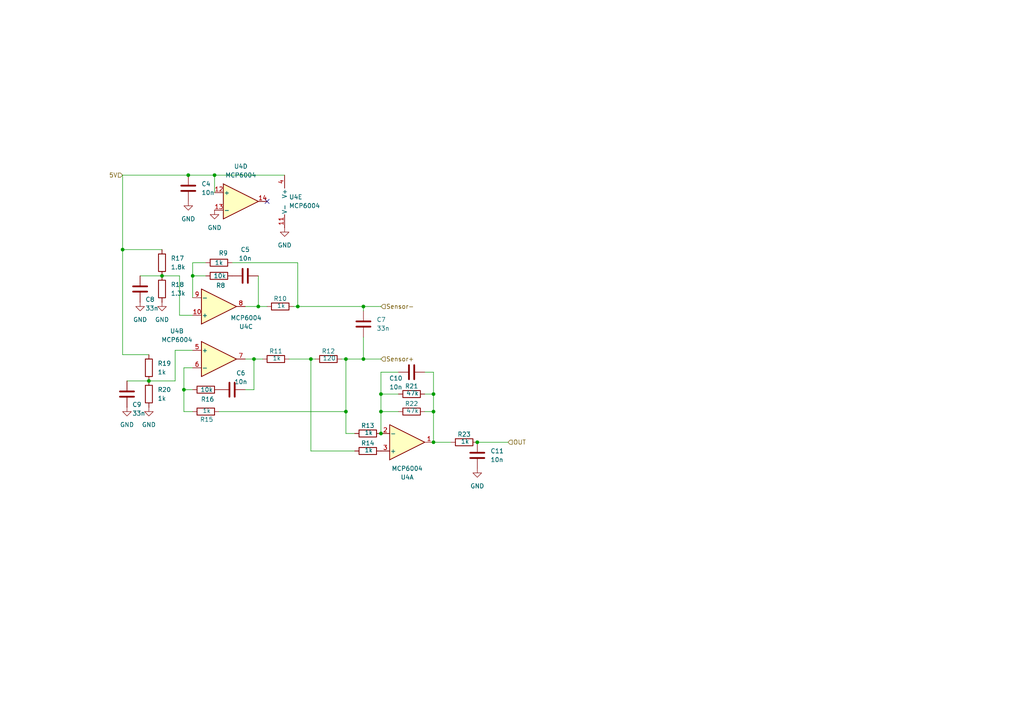
<source format=kicad_sch>
(kicad_sch (version 20250114) (generator "eeschema") (generator_version "9.0")
  (paper "A4")
  (lib_symbols
    (symbol "Amplifier_Operational:MCP6004" (pin_names (offset 0.127))
      (property "Reference" "U" (at 0 5.08 0))
      (property "Value" "MCP6004" (at 0 -5.08 0))
      (symbol "MCP6004_1_1"
        (polyline (pts (xy -5.08 5.08) (xy 5.08 0) (xy -5.08 -5.08) (xy -5.08 5.08)) (stroke (width 0.254)) (fill (type background)))
        (pin input line (at -7.62 2.54 0) (length 2.54) (name "+") (number "3"))
        (pin input line (at -7.62 -2.54 0) (length 2.54) (name "-") (number "2"))
        (pin output line (at 7.62 0 180) (length 2.54) (name "~") (number "1"))
      )
      (symbol "MCP6004_2_1"
        (polyline (pts (xy -5.08 5.08) (xy 5.08 0) (xy -5.08 -5.08) (xy -5.08 5.08)) (stroke (width 0.254)) (fill (type background)))
        (pin input line (at -7.62 2.54 0) (length 2.54) (name "+") (number "5"))
        (pin input line (at -7.62 -2.54 0) (length 2.54) (name "-") (number "6"))
        (pin output line (at 7.62 0 180) (length 2.54) (name "~") (number "7"))
      )
      (symbol "MCP6004_3_1"
        (polyline (pts (xy -5.08 5.08) (xy 5.08 0) (xy -5.08 -5.08) (xy -5.08 5.08)) (stroke (width 0.254)) (fill (type background)))
        (pin input line (at -7.62 2.54 0) (length 2.54) (name "+") (number "10"))
        (pin input line (at -7.62 -2.54 0) (length 2.54) (name "-") (number "9"))
        (pin output line (at 7.62 0 180) (length 2.54) (name "~") (number "8"))
      )
      (symbol "MCP6004_4_1"
        (polyline (pts (xy -5.08 5.08) (xy 5.08 0) (xy -5.08 -5.08) (xy -5.08 5.08)) (stroke (width 0.254)) (fill (type background)))
        (pin input line (at -7.62 2.54 0) (length 2.54) (name "+") (number "12"))
        (pin input line (at -7.62 -2.54 0) (length 2.54) (name "-") (number "13"))
        (pin output line (at 7.62 0 180) (length 2.54) (name "~") (number "14"))
      )
      (symbol "MCP6004_5_1"
        (pin power_in line (at -2.54 7.62 270) (length 3.81) (name "V+") (number "4"))
        (pin power_in line (at -2.54 -7.62 90) (length 3.81) (name "V-") (number "11"))
      )
    )
    (symbol "Device:C" (pin_numbers (hide yes)) (pin_names (offset 0.254))
      (property "Reference" "C" (at 0.635 2.54 0))
      (property "Value" "C" (at 0.635 -2.54 0))
      (symbol "C_0_1"
        (polyline (pts (xy -2.032 0.762) (xy 2.032 0.762)) (stroke (width 0.508)))
        (polyline (pts (xy -2.032 -0.762) (xy 2.032 -0.762)) (stroke (width 0.508)))
      )
      (symbol "C_1_1"
        (pin passive line (at 0 3.81 270) (length 2.794) (name "~") (number "1"))
        (pin passive line (at 0 -3.81 90) (length 2.794) (name "~") (number "2"))
      )
    )
    (symbol "Device:R" (pin_numbers (hide yes)) (pin_names (offset 0))
      (property "Reference" "R" (at 2.032 0 90))
      (property "Value" "R" (at 0 0 90))
      (symbol "R_0_1"
        (rectangle (start -1.016 -2.54) (end 1.016 2.54) (stroke (width 0.254)))
      )
      (symbol "R_1_1"
        (pin passive line (at 0 3.81 270) (length 1.27) (name "~") (number "1"))
        (pin passive line (at 0 -3.81 90) (length 1.27) (name "~") (number "2"))
      )
    )
    (symbol "power:GND" (power) (pin_numbers (hide yes)) (pin_names (offset 0) (hide yes))
      (property "Value" "GND" (at 0 -3.81 0))
      (symbol "GND_0_1"
        (polyline (pts (xy 0 0) (xy 0 -1.27) (xy 1.27 -1.27) (xy 0 -2.54) (xy -1.27 -1.27) (xy 0 -1.27)))
      )
      (symbol "GND_1_1"
        (pin power_in line (at 0 0 270) (length 0) (name "~") (number "1"))
      )
    )
  )
  (junction (at 35.56 72.39))
  (junction (at 110.49 119.38))
  (junction (at 125.73 128.27))
  (junction (at 73.66 104.14))
  (junction (at 110.49 125.73))
  (junction (at 105.41 88.9))
  (junction (at 138.43 128.27))
  (junction (at 62.23 50.8))
  (junction (at 125.73 114.3))
  (junction (at 54.61 50.8))
  (junction (at 90.17 104.14))
  (junction (at 125.73 119.38))
  (junction (at 53.34 113.03))
  (junction (at 110.49 114.3))
  (junction (at 105.41 104.14))
  (junction (at 55.88 80.01))
  (junction (at 100.33 104.14))
  (junction (at 43.18 110.49))
  (junction (at 100.33 119.38))
  (junction (at 74.93 88.9))
  (junction (at 46.99 80.01))
  (junction (at 86.36 88.9))
  (no_connect (at 77.47 58.42))
  (wire (pts (xy 55.88 80.01) (xy 59.69 80.01)))
  (wire (pts (xy 125.73 119.38) (xy 125.73 114.3)))
  (wire (pts (xy 100.33 104.14) (xy 100.33 119.38)))
  (wire (pts (xy 35.56 72.39) (xy 46.99 72.39)))
  (wire (pts (xy 55.88 119.38) (xy 53.34 119.38)))
  (wire (pts (xy 110.49 119.38) (xy 110.49 114.3)))
  (wire (pts (xy 90.17 130.81) (xy 90.17 104.14)))
  (wire (pts (xy 123.19 114.3) (xy 125.73 114.3)))
  (wire (pts (xy 100.33 104.14) (xy 105.41 104.14)))
  (wire (pts (xy 110.49 119.38) (xy 115.57 119.38)))
  (wire (pts (xy 62.23 50.8) (xy 82.55 50.8)))
  (wire (pts (xy 46.99 80.01) (xy 52.07 80.01)))
  (wire (pts (xy 50.8 110.49) (xy 43.18 110.49)))
  (wire (pts (xy 74.93 88.9) (xy 71.12 88.9)))
  (wire (pts (xy 62.23 50.8) (xy 62.23 55.88)))
  (wire (pts (xy 71.12 104.14) (xy 73.66 104.14)))
  (wire (pts (xy 40.64 80.01) (xy 46.99 80.01)))
  (wire (pts (xy 54.61 50.8) (xy 62.23 50.8)))
  (wire (pts (xy 123.19 119.38) (xy 125.73 119.38)))
  (wire (pts (xy 125.73 128.27) (xy 130.81 128.27)))
  (wire (pts (xy 86.36 88.9) (xy 85.09 88.9)))
  (wire (pts (xy 36.83 110.49) (xy 43.18 110.49)))
  (wire (pts (xy 138.43 128.27) (xy 147.32 128.27)))
  (wire (pts (xy 77.47 88.9) (xy 74.93 88.9)))
  (wire (pts (xy 110.49 125.73) (xy 110.49 119.38)))
  (wire (pts (xy 73.66 104.14) (xy 73.66 113.03)))
  (wire (pts (xy 53.34 106.68) (xy 55.88 106.68)))
  (wire (pts (xy 53.34 113.03) (xy 53.34 106.68)))
  (wire (pts (xy 50.8 101.6) (xy 50.8 110.49)))
  (wire (pts (xy 86.36 76.2) (xy 86.36 88.9)))
  (wire (pts (xy 53.34 119.38) (xy 53.34 113.03)))
  (wire (pts (xy 100.33 125.73) (xy 102.87 125.73)))
  (wire (pts (xy 59.69 76.2) (xy 55.88 76.2)))
  (wire (pts (xy 105.41 88.9) (xy 110.49 88.9)))
  (wire (pts (xy 99.06 104.14) (xy 100.33 104.14)))
  (wire (pts (xy 105.41 88.9) (xy 105.41 90.17)))
  (wire (pts (xy 83.82 104.14) (xy 90.17 104.14)))
  (wire (pts (xy 55.88 91.44) (xy 52.07 91.44)))
  (wire (pts (xy 52.07 91.44) (xy 52.07 80.01)))
  (wire (pts (xy 105.41 97.79) (xy 105.41 104.14)))
  (wire (pts (xy 55.88 86.36) (xy 55.88 80.01)))
  (wire (pts (xy 67.31 76.2) (xy 86.36 76.2)))
  (wire (pts (xy 105.41 104.14) (xy 110.49 104.14)))
  (wire (pts (xy 90.17 104.14) (xy 91.44 104.14)))
  (wire (pts (xy 125.73 107.95) (xy 123.19 107.95)))
  (wire (pts (xy 125.73 114.3) (xy 125.73 107.95)))
  (wire (pts (xy 35.56 50.8) (xy 35.56 72.39)))
  (wire (pts (xy 110.49 107.95) (xy 115.57 107.95)))
  (wire (pts (xy 55.88 113.03) (xy 53.34 113.03)))
  (wire (pts (xy 35.56 50.8) (xy 54.61 50.8)))
  (wire (pts (xy 100.33 119.38) (xy 100.33 125.73)))
  (wire (pts (xy 74.93 80.01) (xy 74.93 88.9)))
  (wire (pts (xy 110.49 114.3) (xy 110.49 107.95)))
  (wire (pts (xy 86.36 88.9) (xy 105.41 88.9)))
  (wire (pts (xy 73.66 104.14) (xy 76.2 104.14)))
  (wire (pts (xy 55.88 76.2) (xy 55.88 80.01)))
  (wire (pts (xy 110.49 114.3) (xy 115.57 114.3)))
  (wire (pts (xy 35.56 102.87) (xy 43.18 102.87)))
  (wire (pts (xy 55.88 101.6) (xy 50.8 101.6)))
  (wire (pts (xy 125.73 128.27) (xy 125.73 119.38)))
  (wire (pts (xy 100.33 119.38) (xy 63.5 119.38)))
  (wire (pts (xy 102.87 130.81) (xy 90.17 130.81)))
  (wire (pts (xy 73.66 113.03) (xy 71.12 113.03)))
  (wire (pts (xy 35.56 72.39) (xy 35.56 102.87)))
  (hierarchical_label "OUT" (shape input) (at 147.32 128.27 0))
  (hierarchical_label "Sensor-" (shape input) (at 110.49 88.9 0))
  (hierarchical_label "Sensor+" (shape input) (at 110.49 104.14 0))
  (hierarchical_label "5V" (shape input) (at 35.56 50.8 180))
  (symbol (lib_id "Device:R") (at 46.99 83.82 0) (unit 1)
    (property "Reference" "R18" (at 49.53 82.5499 0) (effects (justify left)))
    (property "Value" "1.3k" (at 49.53 85.0899 0) (effects (justify left)))
    (property "Footprint" "Resistor_SMD:R_0603_1608Metric" (effects (hide yes)))
    (property "Description" "Resistor" (effects (hide yes)))
  )
  (symbol (lib_id "Device:R") (at 81.28 88.9 90) (unit 1)
    (property "Reference" "R10" (at 81.28 86.614 90))
    (property "Value" "1k" (at 81.534 88.646 90))
    (property "Footprint" "Resistor_SMD:R_0603_1608Metric" (effects (hide yes)))
    (property "Description" "Resistor" (effects (hide yes)))
  )
  (symbol (lib_id "Device:R") (at 119.38 119.38 90) (unit 1)
    (property "Reference" "R22" (at 119.38 117.094 90))
    (property "Value" "47k" (at 119.634 119.126 90))
    (property "Footprint" "Resistor_SMD:R_0603_1608Metric" (effects (hide yes)))
    (property "Description" "Resistor" (effects (hide yes)))
  )
  (symbol (lib_id "Device:R") (at 80.01 104.14 90) (unit 1)
    (property "Reference" "R11" (at 80.01 101.854 90))
    (property "Value" "1k" (at 80.264 103.886 90))
    (property "Footprint" "Resistor_SMD:R_0603_1608Metric" (effects (hide yes)))
    (property "Description" "Resistor" (effects (hide yes)))
  )
  (symbol (lib_id "Amplifier_Operational:MCP6004") (at 63.5 88.9 0) (mirror x) (unit 3)
    (property "Reference" "U4" (at 71.374 94.742 0))
    (property "Value" "MCP6004" (at 71.374 92.202 0))
    (property "Footprint" "Package_SO:SOIC-14_3.9x8.7mm_P1.27mm" (effects (hide yes)))
    (property "Datasheet" "http://ww1.microchip.com/downloads/en/DeviceDoc/21733j.pdf" (effects (hide yes)))
    (property "Description" "1MHz, Low-Power Op Amp, DIP-14/SOIC-14/TSSOP-14" (effects (hide yes)))
  )
  (symbol (lib_id "Device:R") (at 106.68 125.73 90) (unit 1)
    (property "Reference" "R13" (at 106.68 123.444 90))
    (property "Value" "1k" (at 106.934 125.476 90))
    (property "Footprint" "Resistor_SMD:R_0603_1608Metric" (effects (hide yes)))
    (property "Description" "Resistor" (effects (hide yes)))
  )
  (symbol (lib_id "power:GND") (at 54.61 58.42 0) (unit 1)
    (property "Reference" "#PWR041" (effects (hide yes)))
    (property "Value" "GND" (at 54.61 63.5 0))
    (property "Description" "Power symbol creates a global label with name \"GND\" , ground" (effects (hide yes)))
  )
  (symbol (lib_id "power:GND") (at 43.18 118.11 0) (unit 1)
    (property "Reference" "#PWR047" (effects (hide yes)))
    (property "Value" "GND" (at 43.18 123.19 0))
    (property "Description" "Power symbol creates a global label with name \"GND\" , ground" (effects (hide yes)))
  )
  (symbol (lib_id "Amplifier_Operational:MCP6004") (at 118.11 128.27 0) (mirror x) (unit 1)
    (property "Reference" "U4" (at 118.11 138.43 0))
    (property "Value" "MCP6004" (at 118.11 135.89 0))
    (property "Footprint" "Package_SO:SOIC-14_3.9x8.7mm_P1.27mm" (effects (hide yes)))
    (property "Datasheet" "http://ww1.microchip.com/downloads/en/DeviceDoc/21733j.pdf" (effects (hide yes)))
    (property "Description" "1MHz, Low-Power Op Amp, DIP-14/SOIC-14/TSSOP-14" (effects (hide yes)))
  )
  (symbol (lib_id "Device:R") (at 134.62 128.27 90) (unit 1)
    (property "Reference" "R23" (at 134.62 125.984 90))
    (property "Value" "1k" (at 134.874 128.016 90))
    (property "Footprint" "Resistor_SMD:R_0603_1608Metric" (effects (hide yes)))
    (property "Description" "Resistor" (effects (hide yes)))
  )
  (symbol (lib_id "power:GND") (at 82.55 66.04 0) (unit 1)
    (property "Reference" "#PWR043" (effects (hide yes)))
    (property "Value" "GND" (at 82.55 71.12 0))
    (property "Description" "Power symbol creates a global label with name \"GND\" , ground" (effects (hide yes)))
  )
  (symbol (lib_id "Device:R") (at 119.38 114.3 90) (unit 1)
    (property "Reference" "R21" (at 119.38 112.014 90))
    (property "Value" "47k" (at 119.634 114.046 90))
    (property "Footprint" "Resistor_SMD:R_0603_1608Metric" (effects (hide yes)))
    (property "Description" "Resistor" (effects (hide yes)))
  )
  (symbol (lib_id "Device:C") (at 54.61 54.61 0) (unit 1)
    (property "Reference" "C4" (at 58.42 53.3399 0) (effects (justify left)))
    (property "Value" "10n" (at 58.42 55.8799 0) (effects (justify left)))
    (property "Footprint" "Capacitor_SMD:C_0402_1005Metric" (effects (hide yes)))
    (property "Description" "Unpolarized capacitor" (effects (hide yes)))
  )
  (symbol (lib_id "Device:R") (at 63.5 80.01 90) (unit 1)
    (property "Reference" "R8" (at 64.008 82.804 90))
    (property "Value" "10k" (at 63.754 80.01 90))
    (property "Footprint" "Resistor_SMD:R_0603_1608Metric" (effects (hide yes)))
    (property "Description" "Resistor" (effects (hide yes)))
  )
  (symbol (lib_id "power:GND") (at 138.43 135.89 0) (unit 1)
    (property "Reference" "#PWR048" (effects (hide yes)))
    (property "Value" "GND" (at 138.43 140.97 0))
    (property "Description" "Power symbol creates a global label with name \"GND\" , ground" (effects (hide yes)))
  )
  (symbol (lib_id "Device:R") (at 106.68 130.81 90) (unit 1)
    (property "Reference" "R14" (at 106.68 128.524 90))
    (property "Value" "1k" (at 106.934 130.556 90))
    (property "Footprint" "Resistor_SMD:R_0603_1608Metric" (effects (hide yes)))
    (property "Description" "Resistor" (effects (hide yes)))
  )
  (symbol (lib_id "Device:R") (at 43.18 114.3 0) (unit 1)
    (property "Reference" "R20" (at 45.72 113.0299 0) (effects (justify left)))
    (property "Value" "1k" (at 45.72 115.5699 0) (effects (justify left)))
    (property "Footprint" "Resistor_SMD:R_0603_1608Metric" (effects (hide yes)))
    (property "Description" "Resistor" (effects (hide yes)))
  )
  (symbol (lib_id "Device:R") (at 95.25 104.14 90) (unit 1)
    (property "Reference" "R12" (at 95.25 101.854 90))
    (property "Value" "120" (at 95.504 103.886 90))
    (property "Footprint" "Resistor_SMD:R_0603_1608Metric" (effects (hide yes)))
    (property "Description" "Resistor" (effects (hide yes)))
  )
  (symbol (lib_id "Amplifier_Operational:MCP6004") (at 85.09 58.42 0) (unit 5)
    (property "Reference" "U4" (at 83.82 57.1499 0) (effects (justify left)))
    (property "Value" "MCP6004" (at 83.82 59.6899 0) (effects (justify left)))
    (property "Footprint" "Package_SO:SOIC-14_3.9x8.7mm_P1.27mm" (effects (hide yes)))
    (property "Datasheet" "http://ww1.microchip.com/downloads/en/DeviceDoc/21733j.pdf" (effects (hide yes)))
    (property "Description" "1MHz, Low-Power Op Amp, DIP-14/SOIC-14/TSSOP-14" (effects (hide yes)))
  )
  (symbol (lib_id "power:GND") (at 62.23 60.96 0) (unit 1)
    (property "Reference" "#PWR042" (effects (hide yes)))
    (property "Value" "GND" (at 62.23 66.04 0))
    (property "Description" "Power symbol creates a global label with name \"GND\" , ground" (effects (hide yes)))
  )
  (symbol (lib_id "Device:R") (at 59.69 119.38 90) (unit 1)
    (property "Reference" "R15" (at 59.944 121.666 90))
    (property "Value" "1k" (at 59.944 119.126 90))
    (property "Footprint" "Resistor_SMD:R_0603_1608Metric" (effects (hide yes)))
    (property "Description" "Resistor" (effects (hide yes)))
  )
  (symbol (lib_id "Device:R") (at 59.69 113.03 90) (unit 1)
    (property "Reference" "R16" (at 60.198 115.824 90))
    (property "Value" "10k" (at 59.944 113.03 90))
    (property "Footprint" "Resistor_SMD:R_0603_1608Metric" (effects (hide yes)))
    (property "Description" "Resistor" (effects (hide yes)))
  )
  (symbol (lib_id "Device:R") (at 63.5 76.2 90) (unit 1)
    (property "Reference" "R9" (at 64.77 73.406 90))
    (property "Value" "1k" (at 63.5 76.2 90))
    (property "Footprint" "Resistor_SMD:R_0603_1608Metric" (effects (hide yes)))
    (property "Description" "Resistor" (effects (hide yes)))
  )
  (symbol (lib_id "Amplifier_Operational:MCP6004") (at 69.85 58.42 0) (unit 4)
    (property "Reference" "U4" (at 69.85 48.26 0))
    (property "Value" "MCP6004" (at 69.85 50.8 0))
    (property "Footprint" "Package_SO:SOIC-14_3.9x8.7mm_P1.27mm" (effects (hide yes)))
    (property "Datasheet" "http://ww1.microchip.com/downloads/en/DeviceDoc/21733j.pdf" (effects (hide yes)))
    (property "Description" "1MHz, Low-Power Op Amp, DIP-14/SOIC-14/TSSOP-14" (effects (hide yes)))
  )
  (symbol (lib_id "Device:C") (at 36.83 114.3 180) (unit 1)
    (property "Reference" "C9" (at 38.354 117.348 0) (effects (justify right)))
    (property "Value" "33n" (at 38.354 119.888 0) (effects (justify right)))
    (property "Footprint" "Capacitor_SMD:C_0402_1005Metric" (effects (hide yes)))
    (property "Description" "Unpolarized capacitor" (effects (hide yes)))
  )
  (symbol (lib_id "Device:C") (at 40.64 83.82 180) (unit 1)
    (property "Reference" "C8" (at 42.164 86.868 0) (effects (justify right)))
    (property "Value" "33n" (at 42.164 89.408 0) (effects (justify right)))
    (property "Footprint" "Capacitor_SMD:C_0402_1005Metric" (effects (hide yes)))
    (property "Description" "Unpolarized capacitor" (effects (hide yes)))
  )
  (symbol (lib_id "Device:C") (at 138.43 132.08 0) (unit 1)
    (property "Reference" "C11" (at 142.24 130.8099 0) (effects (justify left)))
    (property "Value" "10n" (at 142.24 133.3499 0) (effects (justify left)))
    (property "Footprint" "Capacitor_SMD:C_0402_1005Metric" (effects (hide yes)))
    (property "Description" "Unpolarized capacitor" (effects (hide yes)))
  )
  (symbol (lib_id "power:GND") (at 40.64 87.63 0) (unit 1)
    (property "Reference" "#PWR045" (effects (hide yes)))
    (property "Value" "GND" (at 40.64 92.71 0))
    (property "Description" "Power symbol creates a global label with name \"GND\" , ground" (effects (hide yes)))
  )
  (symbol (lib_id "Device:C") (at 67.31 113.03 90) (unit 1)
    (property "Reference" "C6" (at 69.85 108.204 90))
    (property "Value" "10n" (at 69.85 110.744 90))
    (property "Footprint" "Capacitor_SMD:C_0402_1005Metric" (effects (hide yes)))
    (property "Description" "Unpolarized capacitor" (effects (hide yes)))
  )
  (symbol (lib_id "Amplifier_Operational:MCP6004") (at 63.5 104.14 0) (unit 2)
    (property "Reference" "U4" (at 51.308 96.012 0))
    (property "Value" "MCP6004" (at 51.308 98.552 0))
    (property "Footprint" "Package_SO:SOIC-14_3.9x8.7mm_P1.27mm" (effects (hide yes)))
    (property "Datasheet" "http://ww1.microchip.com/downloads/en/DeviceDoc/21733j.pdf" (effects (hide yes)))
    (property "Description" "1MHz, Low-Power Op Amp, DIP-14/SOIC-14/TSSOP-14" (effects (hide yes)))
  )
  (symbol (lib_id "Device:C") (at 71.12 80.01 90) (unit 1)
    (property "Reference" "C5" (at 71.12 72.39 90))
    (property "Value" "10n" (at 71.12 74.93 90))
    (property "Footprint" "Capacitor_SMD:C_0402_1005Metric" (effects (hide yes)))
    (property "Description" "Unpolarized capacitor" (effects (hide yes)))
  )
  (symbol (lib_id "Device:C") (at 105.41 93.98 0) (unit 1)
    (property "Reference" "C7" (at 109.22 92.7099 0) (effects (justify left)))
    (property "Value" "33n" (at 109.22 95.2499 0) (effects (justify left)))
    (property "Footprint" "Capacitor_SMD:C_0402_1005Metric" (effects (hide yes)))
    (property "Description" "Unpolarized capacitor" (effects (hide yes)))
  )
  (symbol (lib_id "Device:C") (at 119.38 107.95 90) (unit 1)
    (property "Reference" "C10" (at 114.808 109.728 90))
    (property "Value" "10n" (at 114.808 112.268 90))
    (property "Footprint" "Capacitor_SMD:C_0402_1005Metric" (effects (hide yes)))
    (property "Description" "Unpolarized capacitor" (effects (hide yes)))
  )
  (symbol (lib_id "Device:R") (at 43.18 106.68 0) (unit 1)
    (property "Reference" "R19" (at 45.72 105.4099 0) (effects (justify left)))
    (property "Value" "1k" (at 45.72 107.9499 0) (effects (justify left)))
    (property "Footprint" "Resistor_SMD:R_0603_1608Metric" (effects (hide yes)))
    (property "Description" "Resistor" (effects (hide yes)))
  )
  (symbol (lib_id "power:GND") (at 46.99 87.63 0) (unit 1)
    (property "Reference" "#PWR044" (effects (hide yes)))
    (property "Value" "GND" (at 46.99 92.71 0))
    (property "Description" "Power symbol creates a global label with name \"GND\" , ground" (effects (hide yes)))
  )
  (symbol (lib_id "Device:R") (at 46.99 76.2 0) (unit 1)
    (property "Reference" "R17" (at 49.53 74.9299 0) (effects (justify left)))
    (property "Value" "1.8k" (at 49.53 77.4699 0) (effects (justify left)))
    (property "Footprint" "Resistor_SMD:R_0603_1608Metric" (effects (hide yes)))
    (property "Description" "Resistor" (effects (hide yes)))
  )
  (symbol (lib_id "power:GND") (at 36.83 118.11 0) (unit 1)
    (property "Reference" "#PWR046" (effects (hide yes)))
    (property "Value" "GND" (at 36.83 123.19 0))
    (property "Description" "Power symbol creates a global label with name \"GND\" , ground" (effects (hide yes)))
  )
)
</source>
